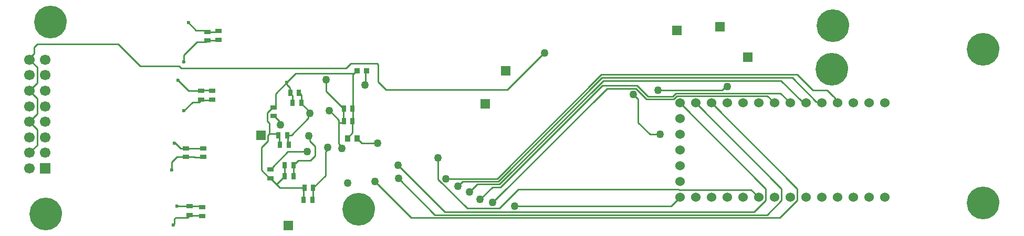
<source format=gbl>
G04*
G04 #@! TF.GenerationSoftware,Altium Limited,Altium Designer,22.0.2 (36)*
G04*
G04 Layer_Physical_Order=4*
G04 Layer_Color=16711680*
%FSLAX25Y25*%
%MOIN*%
G70*
G04*
G04 #@! TF.SameCoordinates,DBB72687-BCFA-4FA8-90DC-81D55A498374*
G04*
G04*
G04 #@! TF.FilePolarity,Positive*
G04*
G01*
G75*
%ADD15C,0.01000*%
%ADD16R,0.03071X0.03898*%
%ADD23R,0.03898X0.03071*%
%ADD58C,0.06024*%
%ADD59R,0.05906X0.05906*%
%ADD60R,0.06693X0.06693*%
%ADD61C,0.06693*%
%ADD62C,0.02362*%
%ADD63C,0.05000*%
%ADD64C,0.20748*%
G04:AMPARAMS|DCode=79|XSize=36.61mil|YSize=36.61mil|CornerRadius=9.15mil|HoleSize=0mil|Usage=FLASHONLY|Rotation=0.000|XOffset=0mil|YOffset=0mil|HoleType=Round|Shape=RoundedRectangle|*
%AMROUNDEDRECTD79*
21,1,0.03661,0.01831,0,0,0.0*
21,1,0.01831,0.03661,0,0,0.0*
1,1,0.01831,0.00915,-0.00915*
1,1,0.01831,-0.00915,-0.00915*
1,1,0.01831,-0.00915,0.00915*
1,1,0.01831,0.00915,0.00915*
%
%ADD79ROUNDEDRECTD79*%
%ADD80R,0.03189X0.03858*%
D15*
X536000Y89500D02*
G03*
X533195Y94003I-7107J-1302D01*
G01*
X213708Y84500D02*
X219500Y78708D01*
X213500Y84500D02*
X213708D01*
X203051Y28000D02*
Y35295D01*
X142205Y134756D02*
X143000Y135551D01*
X132000Y97551D02*
X138705D01*
X187000Y64051D02*
X188051Y63000D01*
X187000Y64051D02*
Y69000D01*
X190756Y43295D02*
X191051Y43000D01*
X133205Y60756D02*
X133500Y61051D01*
X124893Y24105D02*
X132098D01*
X174000Y78075D02*
X175453Y76622D01*
X174000Y83169D02*
X177587Y86756D01*
X174000Y78075D02*
Y83169D01*
X222449Y78295D02*
X222744Y78000D01*
X221744Y77000D02*
X222744Y78000D01*
X219500Y77000D02*
X221744D01*
X211500Y97067D02*
X221793Y86774D01*
Y85226D02*
Y86774D01*
Y85226D02*
X222449Y85882D01*
Y78295D02*
Y85882D01*
X219500Y77000D02*
Y78708D01*
Y63582D02*
Y77000D01*
X221500Y60500D02*
Y61582D01*
X219500Y63582D02*
X221500Y61582D01*
X211500Y97067D02*
Y104425D01*
X417000Y69500D02*
X423500D01*
X409500Y77000D02*
X417000Y69500D01*
X93382Y113118D02*
X118026D01*
X28086Y127000D02*
X79500D01*
X93382Y113118D01*
X406500Y95000D02*
X409500Y92000D01*
Y77000D02*
Y92000D01*
X227000Y114500D02*
X243914D01*
X224213Y111713D02*
X227000Y114500D01*
X243914D02*
X244500Y113914D01*
Y102862D02*
Y113914D01*
X119431Y111713D02*
X224213D01*
X244500Y102862D02*
X249362Y98000D01*
X118026Y113118D02*
X119431Y111713D01*
X326500Y98000D02*
X349822Y121322D01*
X249362Y98000D02*
X326500D01*
X181735Y76265D02*
X182500Y75500D01*
X181735Y76265D02*
Y77923D01*
X170500Y46831D02*
X175587Y41744D01*
X170500Y61473D02*
X174453Y65426D01*
X170500Y46831D02*
Y61473D01*
X520282Y97718D02*
X521948D01*
X386000Y107500D02*
X510500D01*
X521948Y97718D02*
X529480D01*
X510500Y107500D02*
X520282Y97718D01*
X529480D02*
X533195Y94003D01*
X522560Y90440D02*
X525060D01*
X386603Y105575D02*
X507425D01*
X525060Y90440D02*
X526000Y89500D01*
X507425Y105575D02*
X522560Y90440D01*
X514641Y89500D02*
X516000D01*
X513200Y90940D02*
X514641Y89500D01*
X387343Y103787D02*
X500213D01*
X513060Y90940D02*
X513200D01*
X500213Y103787D02*
X513060Y90940D01*
X321478Y22478D02*
X333500Y34500D01*
X435409D01*
X301120Y22478D02*
X321478D01*
X481033Y34467D02*
X486000Y29500D01*
X435852Y34467D02*
X481033D01*
X435442D02*
X435852D01*
X435409Y34500D02*
X435442Y34467D01*
X483093Y20213D02*
X490512Y27631D01*
X286787Y20213D02*
X483093D01*
X307380Y37879D02*
X321435D01*
X316948Y36092D02*
X322175D01*
X432045Y91925D02*
X434131Y94012D01*
X386658Y100575D02*
X408809D01*
X415671Y93713D01*
X465170Y100000D02*
X466000D01*
X321435Y37879D02*
X387343Y103787D01*
X499701Y95799D02*
X506000Y89500D01*
X431304Y93713D02*
X433391Y95799D01*
X499701D01*
X422000Y97500D02*
X422087Y97587D01*
X408069Y98787D02*
X414931Y91925D01*
X298167Y39667D02*
X320695D01*
X434131Y94012D02*
X491488D01*
X320695Y39667D02*
X386603Y105575D01*
X389787Y98787D02*
X408069D01*
X415671Y93713D02*
X431304D01*
X322175Y36092D02*
X386658Y100575D01*
X422087Y97587D02*
X462756D01*
X319954Y41454D02*
X386000Y107500D01*
X491488Y94012D02*
X496000Y89500D01*
X462756Y97587D02*
X465170Y100000D01*
X317265Y26265D02*
X389787Y98787D01*
X414931Y91925D02*
X432045D01*
X295000Y36500D02*
X298167Y39667D01*
X309000Y28144D02*
X316948Y36092D01*
X302500Y33000D02*
X307380Y37879D01*
X287500Y41454D02*
X319954D01*
X265362Y16638D02*
X499518D01*
X510512Y27631D01*
Y34988D01*
X456000Y89500D02*
X510512Y34988D01*
X242500Y39500D02*
X265362Y16638D01*
X280575Y18425D02*
X491306D01*
X500512Y27631D01*
Y34988D01*
X446000Y89500D02*
X500512Y34988D01*
X257500Y41500D02*
X280575Y18425D01*
X490512Y27631D02*
Y34988D01*
X436000Y89500D02*
X490512Y34988D01*
X282500Y41098D02*
Y54500D01*
Y41098D02*
X301120Y22478D01*
X331000Y24000D02*
X430500D01*
X436000Y29500D01*
X257000Y50000D02*
X286787Y20213D01*
X349822Y121322D02*
X350178D01*
X192213Y108213D02*
X229035D01*
X230822Y110000D02*
X231047D01*
X229035Y108213D02*
X230822Y110000D01*
X186500Y102500D02*
X192213Y108213D01*
X228551Y107504D02*
X228965Y107917D01*
X28114Y62792D02*
Y72784D01*
X23268Y57945D02*
X28114Y62792D01*
X23268Y77630D02*
X28114Y72784D01*
X23268Y77630D02*
X28114Y82477D01*
X23268Y97315D02*
X28114Y92469D01*
Y82477D02*
Y92469D01*
X23268Y97315D02*
X28114Y102162D01*
Y112154D01*
X23268Y117000D02*
X28114Y112154D01*
X23268Y117947D02*
X26221Y120900D01*
Y125136D02*
X28086Y127000D01*
X23268Y117000D02*
Y117947D01*
X26221Y120900D02*
Y125136D01*
X178413Y81244D02*
X181735Y77923D01*
X178000Y81244D02*
X178413D01*
X177587Y86756D02*
X178413D01*
X179449Y87791D02*
Y95449D01*
X178413Y86756D02*
X179449Y87791D01*
Y95449D02*
X186500Y102500D01*
X175453Y70000D02*
Y76622D01*
X189291Y69000D02*
X200235Y79943D01*
X187000Y69000D02*
X189291D01*
X186756D02*
X187000D01*
X180994Y68750D02*
X181780Y67965D01*
X224965Y67335D02*
X228256Y70626D01*
Y78000D01*
X224965Y67000D02*
Y67335D01*
X232130Y65571D02*
X232465D01*
X234035Y64000D01*
X231035Y66665D02*
Y67000D01*
Y66665D02*
X232130Y65571D01*
X234035Y64000D02*
X244000D01*
X187244Y58500D02*
X199500D01*
X192205Y51449D02*
X193756Y53000D01*
X201500D01*
X204500Y56000D01*
X236000Y101000D02*
X236476Y101476D01*
Y109524D01*
X177449Y48705D02*
X187244Y58500D01*
X191791Y51449D02*
X192205D01*
X190756Y50000D02*
Y50413D01*
X191791Y51449D01*
X204500Y56000D02*
Y62000D01*
X200500Y68500D02*
X201078Y67922D01*
X200235Y82235D02*
X201000Y83000D01*
Y83842D01*
X228551Y86000D02*
Y107504D01*
X228256Y78000D02*
X228551Y78295D01*
Y86000D01*
X201078Y65422D02*
X204500Y62000D01*
X201078Y65422D02*
Y67922D01*
X180122Y37622D02*
X182244Y35500D01*
X176000Y41744D02*
X180122Y37622D01*
X184949Y42882D02*
Y43000D01*
X180122Y38055D02*
X184949Y42882D01*
X180122Y37622D02*
Y38055D01*
X190756Y43295D02*
Y50000D01*
X185244Y43295D02*
Y50000D01*
X184949Y43000D02*
X185244Y43295D01*
X182244Y35500D02*
X197744D01*
X175587Y41744D02*
X176000D01*
X212322Y60096D02*
Y61178D01*
X203256Y35500D02*
X211000Y43244D01*
Y58774D02*
X212322Y60096D01*
X211000Y43244D02*
Y58774D01*
X203051Y35295D02*
X203256Y35500D01*
X175453Y70000D02*
X180244D01*
X181244Y69000D01*
X180994Y68750D02*
X181244Y69000D01*
X181780Y63169D02*
X181949Y63000D01*
X181780Y63169D02*
Y67965D01*
X200235Y79943D02*
Y82235D01*
X176000Y47256D02*
X176413D01*
X177449Y48291D01*
Y48705D01*
X174453Y69000D02*
X175453Y70000D01*
X174453Y65426D02*
Y69000D01*
X186500Y101418D02*
X188449Y99469D01*
Y96000D02*
Y99469D01*
X186500Y101418D02*
Y102500D01*
X190244Y89500D02*
Y94087D01*
X188449Y95882D02*
X190244Y94087D01*
X188449Y95882D02*
Y96000D01*
X194551D02*
X195756Y94795D01*
Y89500D02*
Y94795D01*
Y89087D02*
Y89500D01*
Y89087D02*
X201000Y83842D01*
X196949Y28000D02*
Y34705D01*
X197744Y35500D01*
X236476Y109524D02*
X236953Y110000D01*
X129291Y128209D02*
X134965D01*
X136000Y129244D01*
X121000Y115500D02*
Y119918D01*
X129291Y128209D01*
X134965Y135791D02*
X136000Y134756D01*
Y129244D02*
X142795D01*
X124000Y140500D02*
X128709Y135791D01*
X134965D01*
X142795Y129244D02*
X143000Y129449D01*
X136000Y134756D02*
X142205D01*
X117500Y104000D02*
X124028Y97472D01*
X131921D01*
X126638Y90138D02*
X130689D01*
X132000Y91449D01*
X131921Y97472D02*
X132000Y97551D01*
Y91449D02*
X138705D01*
Y97551D02*
X139000Y97256D01*
X138705Y91449D02*
X139000Y91744D01*
X121000Y84500D02*
X126638Y90138D01*
X116744Y55244D02*
X122500D01*
X127862D01*
X113500Y47000D02*
Y52000D01*
X116744Y55244D01*
X114393Y12054D02*
X115159Y12819D01*
Y15819D02*
X116031Y16692D01*
X115159Y12819D02*
Y15819D01*
X116031Y16692D02*
X123582D01*
X124893Y18003D01*
X132688D01*
X124842Y24054D02*
X124893Y24105D01*
X116893Y24054D02*
X124842D01*
X132098Y24105D02*
X132893Y23310D01*
X132688Y18003D02*
X132893Y17798D01*
X122500Y60756D02*
X133205D01*
X115807Y64000D02*
X119051Y60756D01*
X115000Y64000D02*
X115807D01*
X119051Y60756D02*
X122500D01*
X128157Y54949D02*
X133500D01*
X127862Y55244D02*
X128157Y54949D01*
D16*
X197744Y35500D02*
D03*
X203256D02*
D03*
X202756Y28000D02*
D03*
X197244D02*
D03*
X222744Y86000D02*
D03*
X228256D02*
D03*
X194256Y96000D02*
D03*
X188744D02*
D03*
X228256Y78000D02*
D03*
X222744D02*
D03*
X190244Y89500D02*
D03*
X195756D02*
D03*
X187756Y63000D02*
D03*
X182244D02*
D03*
X181244Y69000D02*
D03*
X186756D02*
D03*
X190756Y43000D02*
D03*
X185244D02*
D03*
Y50000D02*
D03*
X190756D02*
D03*
D23*
X176000Y41744D02*
D03*
Y47256D02*
D03*
X178000Y86756D02*
D03*
Y81244D02*
D03*
X133500Y60756D02*
D03*
Y55244D02*
D03*
X122500Y60756D02*
D03*
Y55244D02*
D03*
X132000Y97256D02*
D03*
Y91744D02*
D03*
X139000Y97256D02*
D03*
Y91744D02*
D03*
X143000Y135256D02*
D03*
Y129744D02*
D03*
X136000Y134756D02*
D03*
Y129244D02*
D03*
X132893Y23310D02*
D03*
Y17798D02*
D03*
X124893Y23810D02*
D03*
Y18298D02*
D03*
D58*
X436000Y59500D02*
D03*
Y39500D02*
D03*
Y49500D02*
D03*
Y69500D02*
D03*
Y79500D02*
D03*
X566000Y29500D02*
D03*
X556000D02*
D03*
X546000D02*
D03*
X536000D02*
D03*
X526000D02*
D03*
X516000D02*
D03*
X506000D02*
D03*
X496000D02*
D03*
X486000D02*
D03*
X476000D02*
D03*
X466000D02*
D03*
X456000D02*
D03*
X446000D02*
D03*
X436000D02*
D03*
X566000Y89500D02*
D03*
X556000D02*
D03*
X546000D02*
D03*
X536000D02*
D03*
X526000D02*
D03*
X516000D02*
D03*
X506000D02*
D03*
X496000D02*
D03*
X486000D02*
D03*
X476000D02*
D03*
X466000D02*
D03*
X456000D02*
D03*
X446000D02*
D03*
X436000D02*
D03*
D59*
X461500Y138000D02*
D03*
X325500Y110000D02*
D03*
X434000Y135500D02*
D03*
X479000Y118500D02*
D03*
X312500Y89000D02*
D03*
X170000Y69000D02*
D03*
X187500Y11500D02*
D03*
D60*
X33110Y48103D02*
D03*
D61*
Y57945D02*
D03*
Y67787D02*
D03*
Y77630D02*
D03*
Y87473D02*
D03*
Y97315D02*
D03*
Y107158D02*
D03*
Y117000D02*
D03*
X23268Y48103D02*
D03*
Y57945D02*
D03*
Y67787D02*
D03*
Y77630D02*
D03*
Y87473D02*
D03*
Y97315D02*
D03*
Y107158D02*
D03*
Y117000D02*
D03*
D62*
X115000Y64000D02*
D03*
X116893Y24054D02*
D03*
X114393Y12054D02*
D03*
X113500Y47000D02*
D03*
X121000Y115500D02*
D03*
X117500Y104000D02*
D03*
X121000Y84500D02*
D03*
X124000Y140500D02*
D03*
X186500Y102500D02*
D03*
D63*
X213500Y84500D02*
D03*
X225000Y38500D02*
D03*
X317265Y26265D02*
D03*
X242500Y39500D02*
D03*
X257000Y50000D02*
D03*
X257500Y41500D02*
D03*
X331000Y24000D02*
D03*
X295000Y36500D02*
D03*
X309000Y28144D02*
D03*
X302500Y33000D02*
D03*
X350178Y121322D02*
D03*
X406500Y95000D02*
D03*
X221500Y60500D02*
D03*
X211500Y104425D02*
D03*
X423500Y69500D02*
D03*
X182500Y75500D02*
D03*
X422000Y97500D02*
D03*
X466000Y100000D02*
D03*
X212322Y61178D02*
D03*
X201000Y83000D02*
D03*
X200500Y68500D02*
D03*
X236000Y101000D02*
D03*
X199500Y58500D02*
D03*
X244000Y64000D02*
D03*
X287500Y41454D02*
D03*
X282500Y54500D02*
D03*
D64*
X628500Y26000D02*
D03*
X33500Y19000D02*
D03*
X36500Y141000D02*
D03*
X628500Y123500D02*
D03*
X532500Y111000D02*
D03*
X533000Y138500D02*
D03*
X232000Y22000D02*
D03*
D79*
X231047Y110000D02*
D03*
X236953D02*
D03*
D80*
X224965Y67000D02*
D03*
X231035D02*
D03*
M02*

</source>
